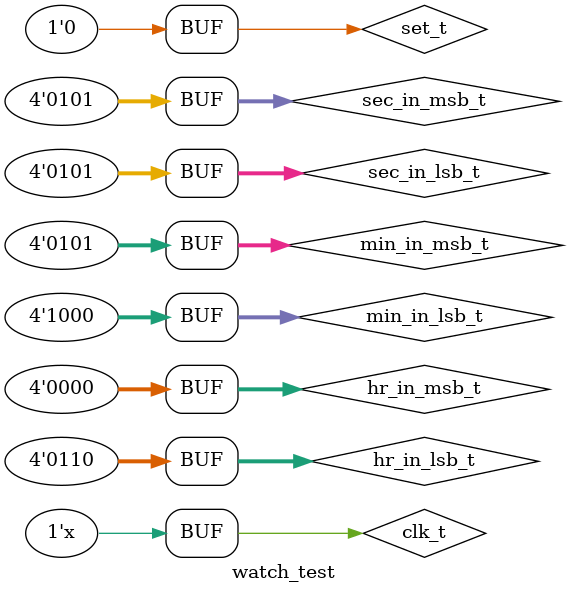
<source format=v>
`timescale 1ns/1ps
module watch_test();
reg [3:0] sec_in_lsb_t, sec_in_msb_t, min_in_lsb_t, min_in_msb_t, hr_in_lsb_t, hr_in_msb_t;
reg set_t, clk_t;
wire [3:0] sec_out_lsb_t, sec_out_msb_t,min_out_lsb_t, min_out_msb_t, hr_out_lsb_t, hr_out_msb_t;


watch test_watch (sec_in_lsb_t, sec_in_msb_t, min_in_lsb_t, min_in_msb_t, hr_in_lsb_t, hr_in_msb_t, set_t,clk_t,sec_out_lsb_t, sec_out_msb_t,min_out_lsb_t, min_out_msb_t,hr_out_lsb_t, hr_out_msb_t);

initial begin
	clk_t = 0;
	set_t = 0;
	sec_in_lsb_t= 0;
	sec_in_msb_t = 0;
	min_in_lsb_t= 0;
	min_in_msb_t = 0;
	hr_in_lsb_t= 0;
	hr_in_msb_t = 0;
	
	#1
	// Test 60 sec rollover
	// Set time as 03:45:53
	set_t = 1;
	sec_in_lsb_t = 3;
	sec_in_msb_t = 5;
	min_in_lsb_t= 5;
	min_in_msb_t = 4;
	hr_in_lsb_t= 3;
	hr_in_msb_t = 0;
	
	#1
	set_t = 0;
	
	
	// Test 60 min rollover
	// Set time as 06:59:55
	#19
	set_t = 1;
	sec_in_lsb_t = 5;
	sec_in_msb_t = 5;
	min_in_lsb_t= 9;
	min_in_msb_t = 5;
	hr_in_lsb_t= 6;
	hr_in_msb_t = 0;
	
	#1
	set_t = 0;
	
	
	#150
	// Test 24 hour roll over
	// Set time as 23:59:55
	set_t = 1;
	sec_in_lsb_t = 5;
	sec_in_msb_t = 5;
	min_in_lsb_t= 9;
	min_in_msb_t = 5;
	hr_in_lsb_t= 3;
	hr_in_msb_t = 2;
	
	#1
	set_t = 0; 
	
	
	#20
	//Test frozen time
	set_t = 1;
	sec_in_lsb_t = 5;
	sec_in_msb_t = 5;
	min_in_lsb_t= 8;
	min_in_msb_t = 5;
	hr_in_lsb_t= 6;
	hr_in_msb_t = 0;
	
	#20
	set_t = 0;
	
end

/*
//Uncomment this for getting the final vcd output file.
initial begin
	$dumpfile("watch_250ns.vcd");
	$dumpvars(0, watch_test);
	#250;
	$finish;
end
*/

always
#1 clk_t = ~clk_t;

endmodule

</source>
